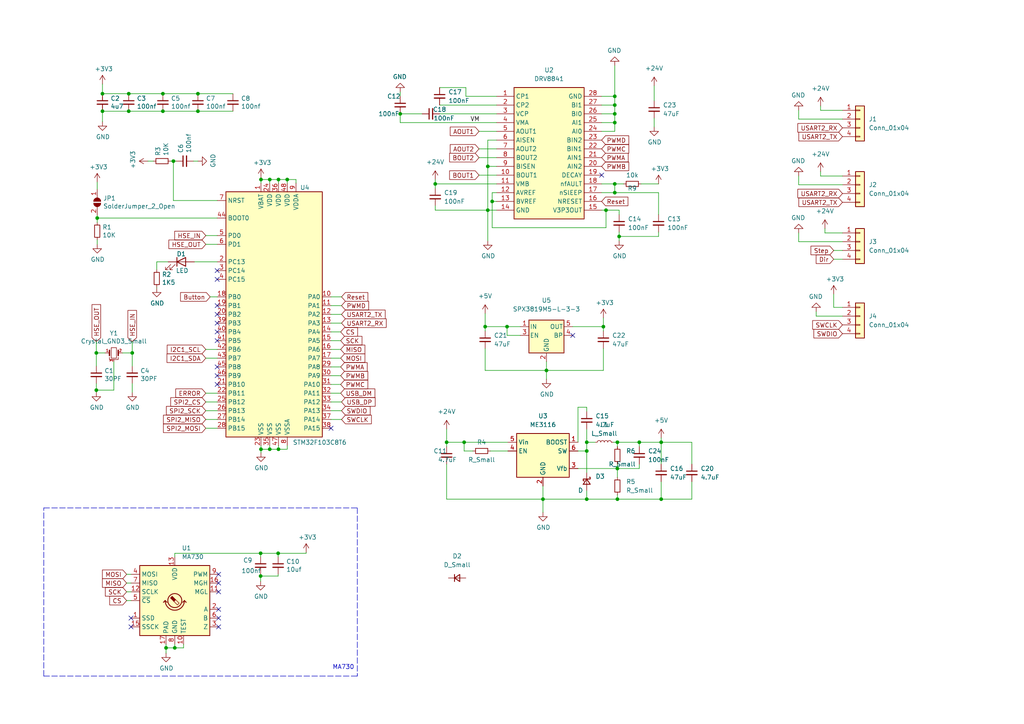
<source format=kicad_sch>
(kicad_sch (version 20211123) (generator eeschema)
  (paper "A4")
  (lib_symbols
    (symbol "Connector_Generic:Conn_01x04" (pin_names (offset 1.016) hide)
      (property "Reference" "J" (at 0 5.08 0))
      (property "Value" "Conn_01x04" (at 0 -7.62 0))
      (symbol "Conn_01x04_1_1"
        (pin passive line (at -5.08 2.54 0) (length 3.81) (name "Pin_1") (number "1"))
        (pin passive line (at -5.08 0 0) (length 3.81) (name "Pin_2") (number "2"))
        (pin passive line (at -5.08 -2.54 0) (length 3.81) (name "Pin_3") (number "3"))
        (pin passive line (at -5.08 -5.08 0) (length 3.81) (name "Pin_4") (number "4"))
      )
    )
    (symbol "DRV8841:DRV8841"
      (property "Reference" "U" (at -8.89 13.97 0))
      (property "Value" "DRV8841" (at 0 13.97 0))
      (symbol "DRV8841_1_1"
        (pin passive line (at -15.24 10.16 0) (length 5.08) (name "CP1") (number "1"))
        (pin power_out line (at -15.24 -12.7 0) (length 5.08) (name "BOUT1") (number "10"))
        (pin bidirectional line (at -15.24 -15.24 0) (length 5.08) (name "VMB") (number "11"))
        (pin power_in line (at -15.24 -17.78 0) (length 5.08) (name "AVREF") (number "12"))
        (pin power_in line (at -15.24 -20.32 0) (length 5.08) (name "BVREF") (number "13"))
        (pin power_in line (at -15.24 -22.86 0) (length 5.08) (name "GND") (number "14"))
        (pin power_out line (at 15.24 -22.86 180) (length 5.08) (name "V3P3OUT") (number "15"))
        (pin input line (at 15.24 -20.32 180) (length 5.08) (name "NRESET") (number "16"))
        (pin input line (at 15.24 -17.78 180) (length 5.08) (name "nSlEEP") (number "17"))
        (pin input line (at 15.24 -15.24 180) (length 5.08) (name "nfAULT") (number "18"))
        (pin input line (at 15.24 -12.7 180) (length 5.08) (name "DECAY") (number "19"))
        (pin passive line (at -15.24 7.62 0) (length 5.08) (name "CP2") (number "2"))
        (pin input line (at 15.24 -10.16 180) (length 5.08) (name "AIN2") (number "20"))
        (pin input line (at 15.24 -7.62 180) (length 5.08) (name "AIN1") (number "21"))
        (pin input line (at 15.24 -5.08 180) (length 5.08) (name "BIN1") (number "22"))
        (pin input line (at 15.24 -2.54 180) (length 5.08) (name "BIN2") (number "23"))
        (pin input line (at 15.24 0 180) (length 5.08) (name "AI0") (number "24"))
        (pin input line (at 15.24 2.54 180) (length 5.08) (name "AI1") (number "25"))
        (pin input line (at 15.24 5.08 180) (length 5.08) (name "BI0") (number "26"))
        (pin input line (at 15.24 7.62 180) (length 5.08) (name "BI1") (number "27"))
        (pin power_in line (at 15.24 10.16 180) (length 5.08) (name "GND") (number "28"))
        (pin passive line (at -15.24 5.08 0) (length 5.08) (name "VCP") (number "3"))
        (pin passive line (at -15.24 2.54 0) (length 5.08) (name "VMA") (number "4"))
        (pin power_out line (at -15.24 0 0) (length 5.08) (name "AOUT1") (number "5"))
        (pin bidirectional line (at -15.24 -2.54 0) (length 5.08) (name "AISEN") (number "6"))
        (pin power_out line (at -15.24 -5.08 0) (length 5.08) (name "AOUT2") (number "7"))
        (pin power_out line (at -15.24 -7.62 0) (length 5.08) (name "BOUT2") (number "8"))
        (pin input line (at -15.24 -10.16 0) (length 5.08) (name "BISEN") (number "9"))
      )
    )
    (symbol "Device:C_Small" (pin_numbers hide) (pin_names (offset 0.254) hide)
      (property "Reference" "C" (at 0.254 1.778 0))
      (property "Value" "C_Small" (at 0.254 -2.032 0))
      (symbol "C_Small_1_1"
        (pin passive line (at 0 2.54 270) (length 2.032) (name "~") (number "1"))
        (pin passive line (at 0 -2.54 90) (length 2.032) (name "~") (number "2"))
      )
    )
    (symbol "Device:Crystal_GND3_Small" (pin_names (offset 1.016) hide)
      (property "Reference" "Y" (at 0 5.08 0))
      (property "Value" "Crystal_GND3_Small" (at 0 3.175 0))
      (symbol "Crystal_GND3_Small_1_1"
        (pin passive line (at -2.54 0 0) (length 1.27) (name "1") (number "1"))
        (pin passive line (at 2.54 0 180) (length 1.27) (name "2") (number "2"))
        (pin passive line (at 0 -2.54 90) (length 0.635) (name "3") (number "3"))
      )
    )
    (symbol "Device:D_Schottky_Small" (pin_numbers hide) (pin_names (offset 0.254) hide)
      (property "Reference" "D" (at -1.27 2.032 0))
      (property "Value" "D_Schottky_Small" (at -7.112 -2.032 0))
      (symbol "D_Schottky_Small_1_1"
        (pin passive line (at -2.54 0 0) (length 1.778) (name "K") (number "1"))
        (pin passive line (at 2.54 0 180) (length 1.778) (name "A") (number "2"))
      )
    )
    (symbol "Device:D_Small" (pin_numbers hide) (pin_names (offset 0.254) hide)
      (property "Reference" "D" (at -1.27 2.032 0))
      (property "Value" "D_Small" (at -3.81 -2.032 0))
      (symbol "D_Small_1_1"
        (pin passive line (at -2.54 0 0) (length 1.778) (name "K") (number "1"))
        (pin passive line (at 2.54 0 180) (length 1.778) (name "A") (number "2"))
      )
    )
    (symbol "Device:LED" (pin_numbers hide) (pin_names (offset 1.016) hide)
      (property "Reference" "D" (at 0 2.54 0))
      (property "Value" "LED" (at 0 -2.54 0))
      (symbol "LED_1_1"
        (pin passive line (at -3.81 0 0) (length 2.54) (name "K") (number "1"))
        (pin passive line (at 3.81 0 180) (length 2.54) (name "A") (number "2"))
      )
    )
    (symbol "Device:L_Small" (pin_numbers hide) (pin_names (offset 0.254) hide)
      (property "Reference" "L" (at 0.762 1.016 0))
      (property "Value" "L_Small" (at 0.762 -1.016 0))
      (symbol "L_Small_1_1"
        (pin passive line (at 0 2.54 270) (length 0.508) (name "~") (number "1"))
        (pin passive line (at 0 -2.54 90) (length 0.508) (name "~") (number "2"))
      )
    )
    (symbol "Device:R_Small" (pin_numbers hide) (pin_names (offset 0.254) hide)
      (property "Reference" "R" (at 0.762 0.508 0))
      (property "Value" "R_Small" (at 0.762 -1.016 0))
      (symbol "R_Small_1_1"
        (pin passive line (at 0 2.54 270) (length 0.762) (name "~") (number "1"))
        (pin passive line (at 0 -2.54 90) (length 0.762) (name "~") (number "2"))
      )
    )
    (symbol "Jumper:SolderJumper_2_Open" (pin_names (offset 0) hide)
      (property "Reference" "JP" (at 0 2.032 0))
      (property "Value" "SolderJumper_2_Open" (at 0 -2.54 0))
      (symbol "SolderJumper_2_Open_1_1"
        (pin passive line (at -3.81 0 0) (length 2.54) (name "A") (number "1"))
        (pin passive line (at 3.81 0 180) (length 2.54) (name "B") (number "2"))
      )
    )
    (symbol "MCU_ST_STM32F1:STM32F103C8Tx"
      (property "Reference" "U" (at -15.24 36.83 0))
      (property "Value" "STM32F103C8Tx" (at 7.62 36.83 0))
      (symbol "STM32F103C8Tx_1_1"
        (pin power_in line (at -5.08 38.1 270) (length 2.54) (name "VBAT") (number "1"))
        (pin bidirectional line (at 15.24 5.08 180) (length 2.54) (name "PA0") (number "10"))
        (pin bidirectional line (at 15.24 2.54 180) (length 2.54) (name "PA1") (number "11"))
        (pin bidirectional line (at 15.24 0 180) (length 2.54) (name "PA2") (number "12"))
        (pin bidirectional line (at 15.24 -2.54 180) (length 2.54) (name "PA3") (number "13"))
        (pin bidirectional line (at 15.24 -5.08 180) (length 2.54) (name "PA4") (number "14"))
        (pin bidirectional line (at 15.24 -7.62 180) (length 2.54) (name "PA5") (number "15"))
        (pin bidirectional line (at 15.24 -10.16 180) (length 2.54) (name "PA6") (number "16"))
        (pin bidirectional line (at 15.24 -12.7 180) (length 2.54) (name "PA7") (number "17"))
        (pin bidirectional line (at -17.78 5.08 0) (length 2.54) (name "PB0") (number "18"))
        (pin bidirectional line (at -17.78 2.54 0) (length 2.54) (name "PB1") (number "19"))
        (pin bidirectional line (at -17.78 15.24 0) (length 2.54) (name "PC13") (number "2"))
        (pin bidirectional line (at -17.78 0 0) (length 2.54) (name "PB2") (number "20"))
        (pin bidirectional line (at -17.78 -20.32 0) (length 2.54) (name "PB10") (number "21"))
        (pin bidirectional line (at -17.78 -22.86 0) (length 2.54) (name "PB11") (number "22"))
        (pin power_in line (at -5.08 -38.1 90) (length 2.54) (name "VSS") (number "23"))
        (pin power_in line (at -2.54 38.1 270) (length 2.54) (name "VDD") (number "24"))
        (pin bidirectional line (at -17.78 -25.4 0) (length 2.54) (name "PB12") (number "25"))
        (pin bidirectional line (at -17.78 -27.94 0) (length 2.54) (name "PB13") (number "26"))
        (pin bidirectional line (at -17.78 -30.48 0) (length 2.54) (name "PB14") (number "27"))
        (pin bidirectional line (at -17.78 -33.02 0) (length 2.54) (name "PB15") (number "28"))
        (pin bidirectional line (at 15.24 -15.24 180) (length 2.54) (name "PA8") (number "29"))
        (pin bidirectional line (at -17.78 12.7 0) (length 2.54) (name "PC14") (number "3"))
        (pin bidirectional line (at 15.24 -17.78 180) (length 2.54) (name "PA9") (number "30"))
        (pin bidirectional line (at 15.24 -20.32 180) (length 2.54) (name "PA10") (number "31"))
        (pin bidirectional line (at 15.24 -22.86 180) (length 2.54) (name "PA11") (number "32"))
        (pin bidirectional line (at 15.24 -25.4 180) (length 2.54) (name "PA12") (number "33"))
        (pin bidirectional line (at 15.24 -27.94 180) (length 2.54) (name "PA13") (number "34"))
        (pin power_in line (at -2.54 -38.1 90) (length 2.54) (name "VSS") (number "35"))
        (pin power_in line (at 0 38.1 270) (length 2.54) (name "VDD") (number "36"))
        (pin bidirectional line (at 15.24 -30.48 180) (length 2.54) (name "PA14") (number "37"))
        (pin bidirectional line (at 15.24 -33.02 180) (length 2.54) (name "PA15") (number "38"))
        (pin bidirectional line (at -17.78 -2.54 0) (length 2.54) (name "PB3") (number "39"))
        (pin bidirectional line (at -17.78 10.16 0) (length 2.54) (name "PC15") (number "4"))
        (pin bidirectional line (at -17.78 -5.08 0) (length 2.54) (name "PB4") (number "40"))
        (pin bidirectional line (at -17.78 -7.62 0) (length 2.54) (name "PB5") (number "41"))
        (pin bidirectional line (at -17.78 -10.16 0) (length 2.54) (name "PB6") (number "42"))
        (pin bidirectional line (at -17.78 -12.7 0) (length 2.54) (name "PB7") (number "43"))
        (pin input line (at -17.78 27.94 0) (length 2.54) (name "BOOT0") (number "44"))
        (pin bidirectional line (at -17.78 -15.24 0) (length 2.54) (name "PB8") (number "45"))
        (pin bidirectional line (at -17.78 -17.78 0) (length 2.54) (name "PB9") (number "46"))
        (pin power_in line (at 0 -38.1 90) (length 2.54) (name "VSS") (number "47"))
        (pin power_in line (at 2.54 38.1 270) (length 2.54) (name "VDD") (number "48"))
        (pin input line (at -17.78 22.86 0) (length 2.54) (name "PD0") (number "5"))
        (pin input line (at -17.78 20.32 0) (length 2.54) (name "PD1") (number "6"))
        (pin input line (at -17.78 33.02 0) (length 2.54) (name "NRST") (number "7"))
        (pin power_in line (at 2.54 -38.1 90) (length 2.54) (name "VSSA") (number "8"))
        (pin power_in line (at 5.08 38.1 270) (length 2.54) (name "VDDA") (number "9"))
      )
    )
    (symbol "Regulator_Linear:SPX3819M5-L-3-3" (pin_names (offset 0.254))
      (property "Reference" "U" (at -3.81 5.715 0))
      (property "Value" "SPX3819M5-L-3-3" (at 0 5.715 0))
      (symbol "SPX3819M5-L-3-3_1_1"
        (pin power_in line (at -7.62 2.54 0) (length 2.54) (name "IN") (number "1"))
        (pin power_in line (at 0 -7.62 90) (length 2.54) (name "GND") (number "2"))
        (pin input line (at -7.62 0 0) (length 2.54) (name "EN") (number "3"))
        (pin input line (at 7.62 0 180) (length 2.54) (name "BP") (number "4"))
        (pin power_out line (at 7.62 2.54 180) (length 2.54) (name "OUT") (number "5"))
      )
    )
    (symbol "Regulator_Switching:MCP16301"
      (property "Reference" "U" (at -7.62 6.35 0))
      (property "Value" "MCP16301" (at 0 6.35 0))
      (symbol "MCP16301_1_1"
        (pin output line (at 10.16 2.54 180) (length 2.54) (name "BOOST") (number "1"))
        (pin power_in line (at 0 -10.16 90) (length 2.54) (name "GND") (number "2"))
        (pin input line (at 10.16 -5.08 180) (length 2.54) (name "Vfb") (number "3"))
        (pin input line (at -10.16 0 0) (length 2.54) (name "EN") (number "4"))
        (pin power_in line (at -10.16 2.54 0) (length 2.54) (name "Vin") (number "5"))
        (pin output line (at 10.16 0 180) (length 2.54) (name "SW") (number "6"))
      )
    )
    (symbol "Sensor_Magnetic:MA730"
      (property "Reference" "U" (at -10.16 11.43 0))
      (property "Value" "MA730" (at 10.16 11.43 0))
      (symbol "MA730_1_1"
        (pin output line (at -12.7 -5.08 0) (length 2.54) (name "SSD") (number "1"))
        (pin passive line (at 2.54 -12.7 90) (length 2.54) (name "TEST") (number "10"))
        (pin output line (at 12.7 2.54 180) (length 2.54) (name "MGL") (number "11"))
        (pin input line (at -12.7 2.54 0) (length 2.54) (name "SCLK") (number "12"))
        (pin power_in line (at 0 12.7 270) (length 2.54) (name "VDD") (number "13"))
        (pin no_connect line (at 5.08 -10.16 90) (length 2.54) hide (name "NC") (number "14"))
        (pin input line (at -12.7 -7.62 0) (length 2.54) (name "SSCK") (number "15"))
        (pin output line (at 12.7 5.08 180) (length 2.54) (name "MGH") (number "16"))
        (pin input line (at -2.54 -12.7 90) (length 2.54) (name "PAD") (number "17"))
        (pin output line (at 12.7 -2.54 180) (length 2.54) (name "A") (number "2"))
        (pin output line (at 12.7 -7.62 180) (length 2.54) (name "Z") (number "3"))
        (pin input line (at -12.7 7.62 0) (length 2.54) (name "MOSI") (number "4"))
        (pin input line (at -12.7 0 0) (length 2.54) (name "~{CS}") (number "5"))
        (pin output line (at 12.7 -5.08 180) (length 2.54) (name "B") (number "6"))
        (pin output line (at -12.7 5.08 0) (length 2.54) (name "MISO") (number "7"))
        (pin power_in line (at 0 -12.7 90) (length 2.54) (name "GND") (number "8"))
        (pin output line (at 12.7 7.62 180) (length 2.54) (name "PWM") (number "9"))
      )
    )
    (symbol "power:+24V" (power) (pin_names (offset 0))
      (property "Value" "+24V" (at 0 3.556 0))
      (symbol "+24V_1_1"
        (pin power_in line (at 0 0 90) (length 0) hide (name "+24V") (number "1"))
      )
    )
    (symbol "power:+3.3V" (power) (pin_names (offset 0))
      (property "Value" "+3.3V" (at 0 3.556 0))
      (symbol "+3.3V_1_1"
        (pin power_in line (at 0 0 90) (length 0) hide (name "+3V3") (number "1"))
      )
    )
    (symbol "power:+5V" (power) (pin_names (offset 0))
      (property "Value" "+5V" (at 0 3.556 0))
      (symbol "+5V_1_1"
        (pin power_in line (at 0 0 90) (length 0) hide (name "+5V") (number "1"))
      )
    )
    (symbol "power:GND" (power) (pin_names (offset 0))
      (property "Value" "GND" (at 0 -3.81 0))
      (symbol "GND_1_1"
        (pin power_in line (at 0 0 270) (length 0) hide (name "GND") (number "1"))
      )
    )
  )
  (junction (at 37.338 32.258))
  (junction (at 29.718 32.258))
  (junction (at 175.768 60.96))
  (junction (at 78.232 52.07))
  (junction (at 47.244 27.178))
  (junction (at 142.748 58.42))
  (junction (at 116.078 33.02))
  (junction (at 175.006 94.742))
  (junction (at 147.066 94.742))
  (junction (at 179.07 135.89))
  (junction (at 191.77 128.27))
  (junction (at 140.716 94.742))
  (junction (at 80.772 52.07))
  (junction (at 158.496 107.442))
  (junction (at 50.6984 187.9092))
  (junction (at 75.692 52.07))
  (junction (at 83.312 52.07))
  (junction (at 57.404 32.258))
  (junction (at 178.308 53.34))
  (junction (at 170.18 144.78))
  (junction (at 134.62 128.27))
  (junction (at 28.194 63.246))
  (junction (at 178.308 30.48))
  (junction (at 48.1584 187.9092))
  (junction (at 80.6704 160.4772))
  (junction (at 37.338 27.178))
  (junction (at 178.308 33.02))
  (junction (at 27.94 113.157))
  (junction (at 126.238 53.34))
  (junction (at 129.54 128.27))
  (junction (at 179.07 144.78))
  (junction (at 29.718 27.178))
  (junction (at 179.578 68.58))
  (junction (at 75.5904 160.4772))
  (junction (at 179.07 128.27))
  (junction (at 47.244 32.258))
  (junction (at 27.94 102.362))
  (junction (at 75.692 130.302))
  (junction (at 170.18 128.27))
  (junction (at 75.5904 167.0812))
  (junction (at 78.232 130.302))
  (junction (at 141.478 60.96))
  (junction (at 178.308 55.88))
  (junction (at 157.48 144.78))
  (junction (at 38.354 102.362))
  (junction (at 191.77 144.78))
  (junction (at 50.292 46.736))
  (junction (at 141.478 48.26))
  (junction (at 57.404 27.178))
  (junction (at 80.772 130.302))
  (junction (at 178.308 27.94))
  (junction (at 170.18 130.81))
  (junction (at 185.42 128.27))
  (junction (at 178.308 35.56))
  (no_connect (at 166.116 97.282))
  (no_connect (at 62.992 78.486))
  (no_connect (at 63.3984 171.6532))
  (no_connect (at 62.992 106.426))
  (no_connect (at 63.3984 179.2732))
  (no_connect (at 63.3984 181.8132))
  (no_connect (at 62.992 111.506))
  (no_connect (at 62.992 93.726))
  (no_connect (at 63.3984 166.5732))
  (no_connect (at 63.3984 176.7332))
  (no_connect (at 62.992 96.266))
  (no_connect (at 62.992 91.186))
  (no_connect (at 62.992 88.646))
  (no_connect (at 62.992 98.806))
  (no_connect (at 37.9984 179.2732))
  (no_connect (at 96.012 124.206))
  (no_connect (at 62.992 108.966))
  (no_connect (at 63.3984 169.1132))
  (no_connect (at 37.9984 181.8132))
  (no_connect (at 62.992 81.026))
  (no_connect (at 174.498 50.8))
  (wire (pts (xy 62.992 121.666) (xy 59.69 121.666)))
  (wire (pts (xy 50.292 58.166) (xy 50.292 46.736)))
  (wire (pts (xy 129.54 144.78) (xy 157.48 144.78)))
  (wire (pts (xy 174.498 33.02) (xy 178.308 33.02)))
  (wire (pts (xy 37.9984 171.6532) (xy 36.7284 171.6532)))
  (wire (pts (xy 51.054 46.736) (xy 50.292 46.736)))
  (wire (pts (xy 167.64 128.27) (xy 167.64 118.11)))
  (wire (pts (xy 200.66 134.62) (xy 200.66 128.27)))
  (wire (pts (xy 126.238 52.07) (xy 126.238 53.34)))
  (wire (pts (xy 179.07 143.51) (xy 179.07 144.78)))
  (wire (pts (xy 141.478 60.96) (xy 141.478 69.85)))
  (wire (pts (xy 166.116 94.742) (xy 175.006 94.742)))
  (wire (pts (xy 96.012 119.126) (xy 99.06 119.126)))
  (wire (pts (xy 144.018 55.88) (xy 142.748 55.88)))
  (wire (pts (xy 144.018 27.94) (xy 135.128 27.94)))
  (wire (pts (xy 189.738 24.892) (xy 189.738 29.21)))
  (wire (pts (xy 27.94 102.362) (xy 30.48 102.362)))
  (wire (pts (xy 75.5904 160.4772) (xy 75.5904 161.4932)))
  (polyline (pts (xy 12.7 147.32) (xy 103.632 147.32)))
  (wire (pts (xy 59.69 124.206) (xy 62.992 124.206)))
  (wire (pts (xy 191.008 55.88) (xy 191.008 62.23)))
  (wire (pts (xy 141.478 48.26) (xy 141.478 60.96)))
  (wire (pts (xy 142.748 58.42) (xy 144.018 58.42)))
  (wire (pts (xy 47.244 32.258) (xy 37.338 32.258)))
  (wire (pts (xy 191.77 127) (xy 191.77 128.27)))
  (wire (pts (xy 96.012 111.506) (xy 98.806 111.506)))
  (polyline (pts (xy 103.632 196.088) (xy 103.632 195.326)))
  (wire (pts (xy 67.564 27.178) (xy 57.404 27.178)))
  (wire (pts (xy 191.77 144.78) (xy 179.07 144.78)))
  (wire (pts (xy 96.012 114.046) (xy 98.806 114.046)))
  (wire (pts (xy 83.312 53.086) (xy 83.312 52.07)))
  (polyline (pts (xy 103.632 147.32) (xy 103.632 196.088)))
  (wire (pts (xy 141.478 40.64) (xy 144.018 40.64)))
  (wire (pts (xy 241.808 85.344) (xy 241.808 89.154)))
  (wire (pts (xy 241.808 72.644) (xy 244.348 72.644)))
  (wire (pts (xy 85.852 53.086) (xy 85.852 52.07)))
  (wire (pts (xy 241.808 75.184) (xy 244.348 75.184)))
  (wire (pts (xy 179.07 134.62) (xy 179.07 135.89)))
  (wire (pts (xy 231.648 53.594) (xy 231.648 51.054)))
  (wire (pts (xy 33.02 104.902) (xy 33.02 113.157)))
  (wire (pts (xy 47.244 27.178) (xy 57.404 27.178)))
  (wire (pts (xy 175.006 94.742) (xy 175.006 96.012)))
  (wire (pts (xy 178.308 33.02) (xy 178.308 30.48)))
  (wire (pts (xy 27.94 102.362) (xy 27.94 106.172)))
  (wire (pts (xy 126.238 53.34) (xy 144.018 53.34)))
  (wire (pts (xy 127.508 30.48) (xy 144.018 30.48)))
  (wire (pts (xy 158.496 104.902) (xy 158.496 107.442)))
  (wire (pts (xy 127.508 33.02) (xy 144.018 33.02)))
  (wire (pts (xy 38.354 102.362) (xy 38.354 99.06)))
  (wire (pts (xy 237.998 51.054) (xy 237.998 49.784)))
  (wire (pts (xy 134.62 130.81) (xy 134.62 128.27)))
  (wire (pts (xy 175.006 92.202) (xy 175.006 94.742)))
  (wire (pts (xy 98.806 108.966) (xy 96.012 108.966)))
  (wire (pts (xy 185.42 134.62) (xy 185.42 135.89)))
  (wire (pts (xy 150.876 97.282) (xy 147.066 97.282)))
  (wire (pts (xy 200.66 144.78) (xy 191.77 144.78)))
  (wire (pts (xy 244.348 70.104) (xy 231.648 70.104)))
  (wire (pts (xy 37.338 27.178) (xy 29.718 27.178)))
  (wire (pts (xy 170.18 142.24) (xy 170.18 144.78)))
  (wire (pts (xy 116.078 33.02) (xy 116.078 35.56)))
  (wire (pts (xy 141.478 48.26) (xy 141.478 40.64)))
  (wire (pts (xy 185.928 53.34) (xy 191.008 53.34)))
  (wire (pts (xy 178.308 38.1) (xy 178.308 35.56)))
  (wire (pts (xy 140.716 107.442) (xy 140.716 101.092)))
  (wire (pts (xy 174.498 30.48) (xy 178.308 30.48)))
  (wire (pts (xy 56.388 75.946) (xy 62.992 75.946)))
  (wire (pts (xy 80.6704 167.0812) (xy 75.5904 167.0812)))
  (wire (pts (xy 147.066 97.282) (xy 147.066 94.742)))
  (wire (pts (xy 178.308 30.48) (xy 178.308 27.94)))
  (wire (pts (xy 178.308 55.88) (xy 191.008 55.88)))
  (wire (pts (xy 98.806 103.886) (xy 96.012 103.886)))
  (wire (pts (xy 29.718 32.258) (xy 29.718 35.306)))
  (wire (pts (xy 59.69 103.886) (xy 62.992 103.886)))
  (wire (pts (xy 57.404 32.258) (xy 67.564 32.258)))
  (wire (pts (xy 83.312 129.286) (xy 83.312 130.302)))
  (wire (pts (xy 135.128 25.4) (xy 127.508 25.4)))
  (wire (pts (xy 174.498 55.88) (xy 178.308 55.88)))
  (wire (pts (xy 129.54 128.27) (xy 129.54 129.54)))
  (wire (pts (xy 191.77 128.27) (xy 185.42 128.27)))
  (wire (pts (xy 50.292 46.736) (xy 49.53 46.736)))
  (wire (pts (xy 244.348 53.594) (xy 231.648 53.594)))
  (wire (pts (xy 59.69 101.346) (xy 62.992 101.346)))
  (wire (pts (xy 28.194 63.246) (xy 62.992 63.246)))
  (wire (pts (xy 27.94 113.792) (xy 27.94 113.157)))
  (wire (pts (xy 96.012 86.106) (xy 99.06 86.106)))
  (wire (pts (xy 142.748 66.04) (xy 175.768 66.04)))
  (wire (pts (xy 75.5904 160.4772) (xy 80.6704 160.4772)))
  (wire (pts (xy 78.232 130.302) (xy 80.772 130.302)))
  (wire (pts (xy 37.9984 174.1932) (xy 36.7284 174.1932)))
  (wire (pts (xy 57.404 32.258) (xy 47.244 32.258)))
  (wire (pts (xy 191.77 139.7) (xy 191.77 144.78)))
  (wire (pts (xy 126.238 53.34) (xy 126.238 54.61)))
  (wire (pts (xy 179.578 60.96) (xy 179.578 62.23)))
  (wire (pts (xy 158.496 107.442) (xy 140.716 107.442)))
  (wire (pts (xy 33.02 113.157) (xy 27.94 113.157)))
  (wire (pts (xy 175.006 101.092) (xy 175.006 107.442)))
  (wire (pts (xy 28.194 69.596) (xy 28.194 70.866)))
  (wire (pts (xy 179.578 68.58) (xy 191.008 68.58)))
  (wire (pts (xy 75.5904 167.0812) (xy 75.5904 168.6052)))
  (wire (pts (xy 178.308 35.56) (xy 178.308 33.02)))
  (wire (pts (xy 170.18 118.11) (xy 170.18 119.38)))
  (wire (pts (xy 126.238 60.96) (xy 126.238 59.69)))
  (wire (pts (xy 80.6704 160.4772) (xy 80.6704 161.4932)))
  (wire (pts (xy 141.478 60.96) (xy 144.018 60.96)))
  (wire (pts (xy 28.194 63.246) (xy 28.194 64.516)))
  (wire (pts (xy 37.338 27.178) (xy 47.244 27.178)))
  (polyline (pts (xy 12.7 196.088) (xy 103.632 196.088)))
  (wire (pts (xy 191.77 134.62) (xy 191.77 128.27)))
  (wire (pts (xy 28.194 52.832) (xy 28.194 54.864)))
  (wire (pts (xy 179.07 128.27) (xy 177.8 128.27)))
  (wire (pts (xy 45.466 75.946) (xy 48.768 75.946)))
  (wire (pts (xy 96.012 101.346) (xy 98.806 101.346)))
  (wire (pts (xy 35.56 102.362) (xy 38.354 102.362)))
  (wire (pts (xy 42.926 46.736) (xy 44.45 46.736)))
  (wire (pts (xy 147.066 94.742) (xy 150.876 94.742)))
  (wire (pts (xy 59.69 114.046) (xy 62.992 114.046)))
  (wire (pts (xy 158.496 107.442) (xy 175.006 107.442)))
  (wire (pts (xy 158.496 107.442) (xy 158.496 109.982)))
  (wire (pts (xy 75.692 130.302) (xy 78.232 130.302)))
  (wire (pts (xy 140.716 94.742) (xy 147.066 94.742)))
  (wire (pts (xy 135.128 27.94) (xy 135.128 25.4)))
  (wire (pts (xy 98.806 106.426) (xy 96.012 106.426)))
  (wire (pts (xy 45.466 83.566) (xy 45.466 83.312)))
  (wire (pts (xy 96.012 98.806) (xy 98.806 98.806)))
  (wire (pts (xy 48.1584 186.8932) (xy 48.1584 187.9092)))
  (wire (pts (xy 38.354 113.792) (xy 38.354 111.252)))
  (wire (pts (xy 126.238 60.96) (xy 141.478 60.96)))
  (wire (pts (xy 134.62 128.27) (xy 129.54 128.27)))
  (wire (pts (xy 27.94 113.157) (xy 27.94 111.252)))
  (wire (pts (xy 167.64 118.11) (xy 170.18 118.11)))
  (wire (pts (xy 50.6984 160.4772) (xy 75.5904 160.4772)))
  (wire (pts (xy 244.348 91.694) (xy 236.728 91.694)))
  (wire (pts (xy 38.354 102.362) (xy 38.354 106.172)))
  (wire (pts (xy 167.64 130.81) (xy 170.18 130.81)))
  (wire (pts (xy 179.07 128.27) (xy 185.42 128.27)))
  (wire (pts (xy 231.648 70.104) (xy 231.648 67.564)))
  (wire (pts (xy 174.498 38.1) (xy 178.308 38.1)))
  (wire (pts (xy 157.48 140.97) (xy 157.48 144.78)))
  (wire (pts (xy 191.008 67.31) (xy 191.008 68.58)))
  (wire (pts (xy 37.9984 166.5732) (xy 36.7284 166.5732)))
  (wire (pts (xy 157.48 144.78) (xy 170.18 144.78)))
  (wire (pts (xy 239.268 67.564) (xy 244.348 67.564)))
  (wire (pts (xy 137.16 130.81) (xy 134.62 130.81)))
  (wire (pts (xy 244.348 32.004) (xy 237.998 32.004)))
  (wire (pts (xy 78.232 52.07) (xy 75.692 52.07)))
  (wire (pts (xy 116.078 26.67) (xy 116.078 27.94)))
  (wire (pts (xy 75.5904 166.5732) (xy 75.5904 167.0812)))
  (wire (pts (xy 174.498 53.34) (xy 178.308 53.34)))
  (wire (pts (xy 83.312 52.07) (xy 80.772 52.07)))
  (wire (pts (xy 78.232 53.086) (xy 78.232 52.07)))
  (wire (pts (xy 179.07 129.54) (xy 179.07 128.27)))
  (wire (pts (xy 244.348 51.054) (xy 237.998 51.054)))
  (wire (pts (xy 138.938 38.1) (xy 144.018 38.1)))
  (wire (pts (xy 59.69 68.326) (xy 62.992 68.326)))
  (wire (pts (xy 244.348 89.154) (xy 241.808 89.154)))
  (wire (pts (xy 170.18 128.27) (xy 172.72 128.27)))
  (wire (pts (xy 175.768 66.04) (xy 175.768 60.96)))
  (wire (pts (xy 170.18 130.81) (xy 170.18 137.16)))
  (wire (pts (xy 170.18 144.78) (xy 179.07 144.78)))
  (polyline (pts (xy 12.7 196.088) (xy 12.7 147.32)))
  (wire (pts (xy 231.648 34.544) (xy 231.648 32.004)))
  (wire (pts (xy 174.498 35.56) (xy 178.308 35.56)))
  (wire (pts (xy 45.466 75.946) (xy 45.466 78.232)))
  (wire (pts (xy 80.772 53.086) (xy 80.772 52.07)))
  (wire (pts (xy 99.06 91.186) (xy 96.012 91.186)))
  (wire (pts (xy 96.012 121.666) (xy 99.06 121.666)))
  (wire (pts (xy 98.806 96.266) (xy 96.012 96.266)))
  (wire (pts (xy 88.7984 160.4772) (xy 88.7984 160.2232)))
  (wire (pts (xy 142.748 55.88) (xy 142.748 58.42)))
  (wire (pts (xy 60.96 86.106) (xy 62.992 86.106)))
  (wire (pts (xy 179.578 67.31) (xy 179.578 68.58)))
  (wire (pts (xy 75.692 130.302) (xy 75.692 129.286)))
  (wire (pts (xy 50.6984 161.4932) (xy 50.6984 160.4772)))
  (wire (pts (xy 129.54 134.62) (xy 129.54 144.78)))
  (wire (pts (xy 236.728 91.694) (xy 236.728 90.424)))
  (wire (pts (xy 75.692 53.086) (xy 75.692 52.07)))
  (wire (pts (xy 147.32 128.27) (xy 134.62 128.27)))
  (wire (pts (xy 170.18 130.81) (xy 170.18 128.27)))
  (wire (pts (xy 138.938 50.8) (xy 144.018 50.8)))
  (wire (pts (xy 83.312 130.302) (xy 80.772 130.302)))
  (wire (pts (xy 129.54 124.46) (xy 129.54 128.27)))
  (wire (pts (xy 116.078 35.56) (xy 144.018 35.56)))
  (wire (pts (xy 80.6704 166.5732) (xy 80.6704 167.0812)))
  (wire (pts (xy 37.338 32.258) (xy 29.718 32.258)))
  (wire (pts (xy 78.232 129.286) (xy 78.232 130.302)))
  (wire (pts (xy 50.292 58.166) (xy 62.992 58.166)))
  (wire (pts (xy 178.308 27.94) (xy 178.308 19.05)))
  (wire (pts (xy 179.07 135.89) (xy 185.42 135.89)))
  (wire (pts (xy 178.308 53.34) (xy 180.848 53.34)))
  (wire (pts (xy 174.498 27.94) (xy 178.308 27.94)))
  (wire (pts (xy 53.2384 186.8932) (xy 53.2384 187.9092)))
  (wire (pts (xy 144.018 48.26) (xy 141.478 48.26)))
  (wire (pts (xy 179.578 68.58) (xy 179.578 69.85)))
  (wire (pts (xy 116.078 33.02) (xy 122.428 33.02)))
  (wire (pts (xy 57.404 46.736) (xy 56.134 46.736)))
  (wire (pts (xy 85.852 52.07) (xy 83.312 52.07)))
  (wire (pts (xy 50.6984 186.8932) (xy 50.6984 187.9092)))
  (wire (pts (xy 142.24 130.81) (xy 147.32 130.81)))
  (wire (pts (xy 185.42 129.54) (xy 185.42 128.27)))
  (wire (pts (xy 170.18 124.46) (xy 170.18 128.27)))
  (wire (pts (xy 178.308 53.34) (xy 178.308 55.88)))
  (wire (pts (xy 200.66 139.7) (xy 200.66 144.78)))
  (wire (pts (xy 28.194 62.484) (xy 28.194 63.246)))
  (wire (pts (xy 59.69 70.866) (xy 62.992 70.866)))
  (wire (pts (xy 59.69 119.126) (xy 62.992 119.126)))
  (wire (pts (xy 75.692 131.318) (xy 75.692 130.302)))
  (wire (pts (xy 239.268 66.294) (xy 239.268 67.564)))
  (wire (pts (xy 80.772 52.07) (xy 78.232 52.07)))
  (wire (pts (xy 99.06 88.646) (xy 96.012 88.646)))
  (wire (pts (xy 140.716 90.932) (xy 140.716 94.742)))
  (wire (pts (xy 157.48 144.78) (xy 157.48 148.59)))
  (wire (pts (xy 138.938 43.18) (xy 144.018 43.18)))
  (wire (pts (xy 99.06 93.726) (xy 96.012 93.726)))
  (wire (pts (xy 29.718 24.384) (xy 29.718 27.178)))
  (wire (pts (xy 53.2384 187.9092) (xy 50.6984 187.9092)))
  (wire (pts (xy 80.772 129.286) (xy 80.772 130.302)))
  (wire (pts (xy 88.7984 160.4772) (xy 80.6704 160.4772)))
  (wire (pts (xy 175.768 60.96) (xy 179.578 60.96)))
  (wire (pts (xy 179.07 135.89) (xy 179.07 138.43)))
  (wire (pts (xy 27.94 102.362) (xy 27.94 99.06)))
  (wire (pts (xy 37.9984 169.1132) (xy 36.7284 169.1132)))
  (wire (pts (xy 189.738 34.29) (xy 189.738 36.83)))
  (wire (pts (xy 50.6984 187.9092) (xy 48.1584 187.9092)))
  (wire (pts (xy 167.64 135.89) (xy 179.07 135.89)))
  (wire (pts (xy 244.348 34.544) (xy 231.648 34.544)))
  (wire (pts (xy 200.66 128.27) (xy 191.77 128.27)))
  (wire (pts (xy 138.938 45.72) (xy 144.018 45.72)))
  (wire (pts (xy 142.748 58.42) (xy 142.748 66.04)))
  (wire (pts (xy 75.692 52.07) (xy 75.692 51.562)))
  (wire (pts (xy 59.69 116.586) (xy 62.992 116.586)))
  (wire (pts (xy 140.716 94.742) (xy 140.716 96.012)))
  (wire (pts (xy 174.498 60.96) (xy 175.768 60.96)))
  (wire (pts (xy 48.1584 187.9092) (xy 48.1584 189.4332)))
  (wire (pts (xy 99.06 116.586) (xy 96.012 116.586)))
  (wire (pts (xy 237.998 32.004) (xy 237.998 30.734)))
  (text "MA730" (at 96.4184 194.3608 0) (effects (font (size 1.27 1.27)) (justify left bottom)))
  (label "VM" (at 136.398 35.56 0))
  (global_label "HSE_OUT" (shape input) (at 59.69 70.866 180) (property "Intersheet References" "${INTERSHEET_REFS}" (effects hide)))
  (global_label "Reset" (shape input) (at 174.498 58.42 0) (property "Intersheet References" "${INTERSHEET_REFS}" (effects hide)))
  (global_label "SCK" (shape input) (at 98.806 98.806 0) (property "Intersheet References" "${INTERSHEET_REFS}" (effects hide)))
  (global_label "SWDIO" (shape input) (at 244.348 96.774 180) (property "Intersheet References" "${INTERSHEET_REFS}" (effects hide)))
  (global_label "SWCLK" (shape input) (at 99.06 121.666 0) (property "Intersheet References" "${INTERSHEET_REFS}" (effects hide)))
  (global_label "PWMD" (shape input) (at 99.06 88.646 0) (property "Intersheet References" "${INTERSHEET_REFS}" (effects hide)))
  (global_label "SPI2_MISO" (shape input) (at 59.69 121.666 180) (property "Intersheet References" "${INTERSHEET_REFS}" (effects hide)))
  (global_label "Step" (shape input) (at 241.808 72.644 180) (property "Intersheet References" "${INTERSHEET_REFS}" (effects hide)))
  (global_label "BOUT1" (shape input) (at 138.938 50.8 180) (property "Intersheet References" "${INTERSHEET_REFS}" (effects hide)))
  (global_label "SCK" (shape input) (at 36.7284 171.6532 180) (property "Intersheet References" "${INTERSHEET_REFS}" (effects hide)))
  (global_label "USART2_RX" (shape input) (at 244.348 37.084 180) (property "Intersheet References" "${INTERSHEET_REFS}" (effects hide)))
  (global_label "SPI2_MOSI" (shape input) (at 59.69 124.206 180) (property "Intersheet References" "${INTERSHEET_REFS}" (effects hide)))
  (global_label "BOUT2" (shape input) (at 138.938 45.72 180) (property "Intersheet References" "${INTERSHEET_REFS}" (effects hide)))
  (global_label "AOUT2" (shape input) (at 138.938 43.18 180) (property "Intersheet References" "${INTERSHEET_REFS}" (effects hide)))
  (global_label "Dir" (shape input) (at 241.808 75.184 180) (property "Intersheet References" "${INTERSHEET_REFS}" (effects hide)))
  (global_label "SPI2_SCK" (shape input) (at 59.69 119.126 180) (property "Intersheet References" "${INTERSHEET_REFS}" (effects hide)))
  (global_label "CS" (shape input) (at 36.7284 174.1932 180) (property "Intersheet References" "${INTERSHEET_REFS}" (effects hide)))
  (global_label "CS" (shape input) (at 98.806 96.266 0) (property "Intersheet References" "${INTERSHEET_REFS}" (effects hide)))
  (global_label "PWMB" (shape input) (at 98.806 108.966 0) (property "Intersheet References" "${INTERSHEET_REFS}" (effects hide)))
  (global_label "I2C1_SCL" (shape input) (at 59.69 101.346 180) (property "Intersheet References" "${INTERSHEET_REFS}" (effects hide)))
  (global_label "MOSI" (shape input) (at 98.806 103.886 0) (property "Intersheet References" "${INTERSHEET_REFS}" (effects hide)))
  (global_label "MISO" (shape input) (at 98.806 101.346 0) (property "Intersheet References" "${INTERSHEET_REFS}" (effects hide)))
  (global_label "USART2_TX" (shape input) (at 99.06 91.186 0) (property "Intersheet References" "${INTERSHEET_REFS}" (effects hide)))
  (global_label "USART2_TX" (shape input) (at 244.348 58.674 180) (property "Intersheet References" "${INTERSHEET_REFS}" (effects hide)))
  (global_label "USB_DM" (shape input) (at 98.806 114.046 0) (property "Intersheet References" "${INTERSHEET_REFS}" (effects hide)))
  (global_label "USB_DP" (shape input) (at 99.06 116.586 0) (property "Intersheet References" "${INTERSHEET_REFS}" (effects hide)))
  (global_label "MOSI" (shape input) (at 36.7284 166.5732 180) (property "Intersheet References" "${INTERSHEET_REFS}" (effects hide)))
  (global_label "PWMA" (shape input) (at 174.498 45.72 0) (property "Intersheet References" "${INTERSHEET_REFS}" (effects hide)))
  (global_label "Reset" (shape input) (at 99.06 86.106 0) (property "Intersheet References" "${INTERSHEET_REFS}" (effects hide)))
  (global_label "USART2_RX" (shape input) (at 99.06 93.726 0) (property "Intersheet References" "${INTERSHEET_REFS}" (effects hide)))
  (global_label "HSE_IN" (shape input) (at 38.354 99.06 90) (property "Intersheet References" "${INTERSHEET_REFS}" (effects hide)))
  (global_label "HSE_IN" (shape input) (at 59.69 68.326 180) (property "Intersheet References" "${INTERSHEET_REFS}" (effects hide)))
  (global_label "PWMB" (shape input) (at 174.498 48.26 0) (property "Intersheet References" "${INTERSHEET_REFS}" (effects hide)))
  (global_label "Button" (shape input) (at 60.96 86.106 180) (property "Intersheet References" "${INTERSHEET_REFS}" (effects hide)))
  (global_label "PWMD" (shape input) (at 174.498 40.64 0) (property "Intersheet References" "${INTERSHEET_REFS}" (effects hide)))
  (global_label "AOUT1" (shape input) (at 138.938 38.1 180) (property "Intersheet References" "${INTERSHEET_REFS}" (effects hide)))
  (global_label "USART2_TX" (shape input) (at 244.348 39.624 180) (property "Intersheet References" "${INTERSHEET_REFS}" (effects hide)))
  (global_label "ERROR" (shape input) (at 59.69 114.046 180) (property "Intersheet References" "${INTERSHEET_REFS}" (effects hide)))
  (global_label "HSE_OUT" (shape input) (at 27.94 99.06 90) (property "Intersheet References" "${INTERSHEET_REFS}" (effects hide)))
  (global_label "MISO" (shape input) (at 36.7284 169.1132 180) (property "Intersheet References" "${INTERSHEET_REFS}" (effects hide)))
  (global_label "PWMC" (shape input) (at 98.806 111.506 0) (property "Intersheet References" "${INTERSHEET_REFS}" (effects hide)))
  (global_label "SWDIO" (shape input) (at 99.06 119.126 0) (property "Intersheet References" "${INTERSHEET_REFS}" (effects hide)))
  (global_label "SPI2_CS" (shape input) (at 59.69 116.586 180) (property "Intersheet References" "${INTERSHEET_REFS}" (effects hide)))
  (global_label "SWCLK" (shape input) (at 244.348 94.234 180) (property "Intersheet References" "${INTERSHEET_REFS}" (effects hide)))
  (global_label "USART2_RX" (shape input) (at 244.348 56.134 180) (property "Intersheet References" "${INTERSHEET_REFS}" (effects hide)))
  (global_label "PWMC" (shape input) (at 174.498 43.18 0) (property "Intersheet References" "${INTERSHEET_REFS}" (effects hide)))
  (global_label "I2C1_SDA" (shape input) (at 59.69 103.886 180) (property "Intersheet References" "${INTERSHEET_REFS}" (effects hide)))
  (global_label "PWMA" (shape input) (at 98.806 106.426 0) (property "Intersheet References" "${INTERSHEET_REFS}" (effects hide)))
  (symbol (lib_id "power:+3.3V") (at 29.718 24.384 0) (unit 1)
    (property "Reference" "#PWR0109" (effects hide))
    (property "Value" "+3.3V" (at 30.099 19.9898 0))
  )
  (symbol (lib_id "Device:D_Small") (at 132.588 167.64 0) (unit 1)
    (property "Reference" "D2" (at 132.588 161.29 0))
    (property "Value" "D_Small" (at 132.588 163.83 0))
  )
  (symbol (lib_id "Device:C_Small") (at 179.578 64.77 0) (unit 1)
    (property "Reference" "C14" (at 182.118 63.5062 0) (effects (justify left)))
    (property "Value" "100nF" (at 182.118 66.0462 0) (effects (justify left)))
    (property "Footprint" "Capacitor_SMD:C_0402_1005Metric_Pad0.74x0.62mm_HandSolder" (effects hide))
  )
  (symbol (lib_id "power:GND") (at 38.354 113.792 0) (unit 1)
    (property "Reference" "#PWR0101" (effects hide))
    (property "Value" "GND" (at 38.481 118.1862 0))
  )
  (symbol (lib_id "Connector_Generic:Conn_01x04") (at 249.428 70.104 0) (unit 1)
    (property "Reference" "J3" (at 251.968 70.1039 0) (effects (justify left)))
    (property "Value" "Conn_01x04" (at 251.968 72.6439 0) (effects (justify left)))
    (property "Footprint" "Connector_JST:JST_EH_S4B-EH_1x04_P2.50mm_Horizontal" (effects hide))
  )
  (symbol (lib_id "power:GND") (at 116.078 26.67 180) (unit 1)
    (property "Reference" "#PWR0121" (effects hide))
    (property "Value" "GND" (at 115.951 22.2758 0))
  )
  (symbol (lib_id "Device:C_Small") (at 126.238 57.15 0) (unit 1)
    (property "Reference" "C19" (at 128.778 55.8862 0) (effects (justify left)))
    (property "Value" "100nF" (at 128.778 58.4262 0) (effects (justify left)))
    (property "Footprint" "Capacitor_SMD:C_0402_1005Metric_Pad0.74x0.62mm_HandSolder" (effects hide))
  )
  (symbol (lib_id "Device:R_Small") (at 46.99 46.736 90) (unit 1)
    (property "Reference" "R3" (at 45.8216 45.2374 0) (effects (justify left)))
    (property "Value" "10K" (at 48.133 45.2374 0) (effects (justify left)))
    (property "Footprint" "Resistor_SMD:R_0402_1005Metric" (effects hide))
  )
  (symbol (lib_id "power:GND") (at 158.496 109.982 0) (unit 1)
    (property "Reference" "#PWR0132" (effects hide))
    (property "Value" "GND" (at 158.623 114.3762 0))
  )
  (symbol (lib_id "power:+3.3V") (at 191.008 53.34 0) (unit 1)
    (property "Reference" "#PWR0123" (effects hide))
    (property "Value" "+3.3V" (at 191.389 48.9458 0))
  )
  (symbol (lib_id "power:+3.3V") (at 175.006 92.202 0) (unit 1)
    (property "Reference" "#PWR0133" (effects hide))
    (property "Value" "+3.3V" (at 175.387 87.8078 0))
  )
  (symbol (lib_id "Device:R_Small") (at 183.388 53.34 90) (unit 1)
    (property "Reference" "R9" (at 183.388 54.61 90))
    (property "Value" "10k" (at 183.388 50.8 90))
    (property "Footprint" "Capacitor_SMD:C_0402_1005Metric_Pad0.74x0.62mm_HandSolder" (effects hide))
  )
  (symbol (lib_id "Device:LED") (at 52.578 75.946 0) (unit 1)
    (property "Reference" "D1" (at 52.578 73.66 0))
    (property "Value" "LED" (at 52.832 78.486 0))
    (property "Footprint" "LED_SMD:LED_0402_1005Metric" (effects hide))
  )
  (symbol (lib_id "Device:R_Small") (at 28.194 67.056 0) (unit 1)
    (property "Reference" "R1" (at 29.6926 65.8876 0) (effects (justify left)))
    (property "Value" "10K" (at 29.6926 68.199 0) (effects (justify left)))
    (property "Footprint" "Resistor_SMD:R_0402_1005Metric" (effects hide))
  )
  (symbol (lib_id "Device:Crystal_GND3_Small") (at 33.02 102.362 0) (unit 1)
    (property "Reference" "Y1" (at 33.02 96.647 0))
    (property "Value" "Crystal_GND3_Small" (at 33.02 98.9584 0))
    (property "Footprint" "CSTCE8M00G55:OSC_CSTCE8M00G55-R0" (effects hide))
  )
  (symbol (lib_id "Connector_Generic:Conn_01x04") (at 249.428 53.594 0) (unit 1)
    (property "Reference" "J2" (at 251.968 53.5939 0) (effects (justify left)))
    (property "Value" "Conn_01x04" (at 251.968 56.1339 0) (effects (justify left)))
    (property "Footprint" "Connector_JST:JST_EH_S4B-EH_1x04_P2.50mm_Horizontal" (effects hide))
  )
  (symbol (lib_id "MCU_ST_STM32F1:STM32F103C8Tx") (at 80.772 91.186 0) (unit 1)
    (property "Reference" "U4" (at 88.4174 54.4068 0))
    (property "Value" "STM32F103C8T6" (at 92.7354 128.3208 0))
    (property "Footprint" "Package_QFP:LQFP-48_7x7mm_P0.5mm" (effects hide))
    (property "Datasheet" "http://www.st.com/st-web-ui/static/active/en/resource/technical/document/datasheet/CD00161566.pdf" (effects hide))
  )
  (symbol (lib_id "Device:C_Small") (at 116.078 30.48 0) (unit 1)
    (property "Reference" "C12" (at 112.268 27.94 0) (effects (justify left)))
    (property "Value" "100nF" (at 109.728 33.02 0) (effects (justify left)))
    (property "Footprint" "Capacitor_SMD:C_0402_1005Metric_Pad0.74x0.62mm_HandSolder" (effects hide))
  )
  (symbol (lib_id "Device:C_Small") (at 170.18 121.92 0) (unit 1)
    (property "Reference" "C15" (at 172.72 120.6562 0) (effects (justify left)))
    (property "Value" "4.7uF" (at 172.72 123.1962 0) (effects (justify left)))
    (property "Footprint" "Capacitor_SMD:C_0402_1005Metric_Pad0.74x0.62mm_HandSolder" (effects hide))
  )
  (symbol (lib_id "Device:C_Small") (at 57.404 29.718 0) (unit 1)
    (property "Reference" "C7" (at 59.7408 28.5496 0) (effects (justify left)))
    (property "Value" "100nf" (at 59.7408 30.861 0) (effects (justify left)))
    (property "Footprint" "Capacitor_SMD:C_0402_1005Metric" (effects hide))
  )
  (symbol (lib_id "power:+3.3V") (at 88.7984 160.2232 0) (unit 1)
    (property "Reference" "#PWR0116" (effects hide))
    (property "Value" "+3.3V" (at 89.1794 155.829 0))
  )
  (symbol (lib_id "power:GND") (at 75.692 131.318 0) (unit 1)
    (property "Reference" "#PWR0106" (effects hide))
    (property "Value" "GND" (at 75.819 135.7122 0))
  )
  (symbol (lib_id "power:+3.3V") (at 241.808 85.344 0) (unit 1)
    (property "Reference" "#PWR0113" (effects hide))
    (property "Value" "+3.3V" (at 242.189 80.9498 0))
  )
  (symbol (lib_id "Sensor_Magnetic:MA730") (at 50.6984 174.1932 0) (unit 1)
    (property "Reference" "U1" (at 52.7178 158.9532 0) (effects (justify left)))
    (property "Value" "MA730" (at 52.7178 161.4932 0) (effects (justify left)))
    (property "Footprint" "Package_DFN_QFN:QFN-16-1EP_3x3mm_P0.5mm_EP1.75x1.75mm" (effects hide))
    (property "Datasheet" "https://www.monolithicpower.com/pub/media/document/m/a/ma730_r1.01.pdf" (effects hide))
  )
  (symbol (lib_id "Regulator_Linear:SPX3819M5-L-3-3") (at 158.496 97.282 0) (unit 1)
    (property "Reference" "U5" (at 158.496 87.122 0))
    (property "Value" "SPX3819M5-L-3-3" (at 158.496 89.662 0))
    (property "Footprint" "Package_TO_SOT_SMD:SOT-23-5" (effects hide))
    (property "Datasheet" "https://www.exar.com/content/document.ashx?id=22106&languageid=1033&type=Datasheet&partnumber=SPX3819&filename=SPX3819.pdf&part=SPX3819" (effects hide))
  )
  (symbol (lib_id "Device:R_Small") (at 45.466 80.772 0) (unit 1)
    (property "Reference" "R2" (at 46.9646 79.6036 0) (effects (justify left)))
    (property "Value" "1K5" (at 46.9646 81.915 0) (effects (justify left)))
    (property "Footprint" "Resistor_SMD:R_0402_1005Metric" (effects hide))
  )
  (symbol (lib_id "Device:C_Small") (at 37.338 29.718 0) (unit 1)
    (property "Reference" "C3" (at 39.6748 28.5496 0) (effects (justify left)))
    (property "Value" "100nf" (at 39.6748 30.861 0) (effects (justify left)))
    (property "Footprint" "Capacitor_SMD:C_0402_1005Metric" (effects hide))
  )
  (symbol (lib_id "Jumper:SolderJumper_2_Open") (at 28.194 58.674 270) (unit 1)
    (property "Reference" "JP1" (at 29.9212 57.5056 90) (effects (justify left)))
    (property "Value" "SolderJumper_2_Open" (at 29.9212 59.817 90) (effects (justify left)))
    (property "Footprint" "Jumper:SoldJumper-2-P0.5mm_Open_RoundedPad" (effects hide))
  )
  (symbol (lib_id "power:GND") (at 28.194 70.866 0) (unit 1)
    (property "Reference" "#PWR0105" (effects hide))
    (property "Value" "GND" (at 28.321 75.2602 0))
  )
  (symbol (lib_id "Device:R_Small") (at 179.07 140.97 0) (unit 1)
    (property "Reference" "R5" (at 181.61 139.6999 0) (effects (justify left)))
    (property "Value" "R_Small" (at 181.61 142.2399 0) (effects (justify left)))
    (property "Footprint" "Capacitor_SMD:C_0402_1005Metric_Pad0.74x0.62mm_HandSolder" (effects hide))
  )
  (symbol (lib_id "Device:C_Small") (at 47.244 29.718 0) (unit 1)
    (property "Reference" "C5" (at 49.5808 28.5496 0) (effects (justify left)))
    (property "Value" "100nf" (at 49.5808 30.861 0) (effects (justify left)))
    (property "Footprint" "Capacitor_SMD:C_0402_1005Metric" (effects hide))
  )
  (symbol (lib_id "power:+24V") (at 237.998 49.784 0) (unit 1)
    (property "Reference" "#PWR0112" (effects hide))
    (property "Value" "+24V" (at 237.998 44.704 0))
  )
  (symbol (lib_id "power:+5V") (at 140.716 90.932 0) (unit 1)
    (property "Reference" "#PWR0126" (effects hide))
    (property "Value" "+5V" (at 140.716 85.852 0))
  )
  (symbol (lib_id "power:GND") (at 236.728 90.424 180) (unit 1)
    (property "Reference" "#PWR0114" (effects hide))
    (property "Value" "GND" (at 236.601 86.0298 0))
  )
  (symbol (lib_id "power:+24V") (at 189.738 24.892 0) (unit 1)
    (property "Reference" "#PWR?" (effects hide))
    (property "Value" "+24V" (at 189.738 19.812 0))
  )
  (symbol (lib_id "Device:C_Small") (at 127.508 27.94 0) (unit 1)
    (property "Reference" "C17" (at 130.048 26.6762 0) (effects (justify left)))
    (property "Value" "100nF" (at 130.048 29.2162 0) (effects (justify left)))
    (property "Footprint" "Capacitor_SMD:C_0402_1005Metric_Pad0.74x0.62mm_HandSolder" (effects hide))
  )
  (symbol (lib_id "Device:D_Schottky_Small") (at 170.18 139.7 270) (unit 1)
    (property "Reference" "D3" (at 172.72 138.1759 90) (effects (justify left)))
    (property "Value" "D" (at 167.64 142.24 90) (effects (justify left)))
  )
  (symbol (lib_id "power:+5V") (at 191.77 127 0) (unit 1)
    (property "Reference" "#PWR0134" (effects hide))
    (property "Value" "+5V" (at 191.77 121.92 0))
  )
  (symbol (lib_id "Device:C_Small") (at 124.968 33.02 90) (unit 1)
    (property "Reference" "C18" (at 127.508 31.75 90))
    (property "Value" "100nF" (at 128.778 34.29 90))
    (property "Footprint" "Capacitor_SMD:C_0402_1005Metric_Pad0.74x0.62mm_HandSolder" (effects hide))
  )
  (symbol (lib_id "power:+3.3V") (at 42.926 46.736 90) (unit 1)
    (property "Reference" "#PWR0110" (effects hide))
    (property "Value" "+3.3V" (at 38.5318 46.355 0))
  )
  (symbol (lib_id "power:+24V") (at 237.998 30.734 0) (unit 1)
    (property "Reference" "#PWR0128" (effects hide))
    (property "Value" "+24V" (at 237.998 25.654 0))
  )
  (symbol (lib_id "power:GND") (at 231.648 67.564 180) (unit 1)
    (property "Reference" "#PWR0131" (effects hide))
    (property "Value" "GND" (at 231.521 63.1698 0))
  )
  (symbol (lib_id "power:+24V") (at 239.268 66.294 0) (unit 1)
    (property "Reference" "#PWR0127" (effects hide))
    (property "Value" "+24V" (at 239.268 61.214 0))
  )
  (symbol (lib_id "Connector_Generic:Conn_01x04") (at 249.428 91.694 0) (unit 1)
    (property "Reference" "J4" (at 251.968 91.6939 0) (effects (justify left)))
    (property "Value" "Conn_01x04" (at 251.968 94.2339 0) (effects (justify left)))
    (property "Footprint" "Connector_Molex:Molex_PicoBlade_53048-0410_1x04_P1.25mm_Horizontal" (effects hide))
  )
  (symbol (lib_id "Device:C_Small") (at 67.564 29.718 0) (unit 1)
    (property "Reference" "C8" (at 69.9008 28.5496 0) (effects (justify left)))
    (property "Value" "100nf" (at 69.9008 30.861 0) (effects (justify left)))
    (property "Footprint" "Capacitor_SMD:C_0402_1005Metric" (effects hide))
  )
  (symbol (lib_id "power:GND") (at 189.738 36.83 0) (unit 1)
    (property "Reference" "#PWR0124" (effects hide))
    (property "Value" "GND" (at 189.865 41.2242 0))
  )
  (symbol (lib_id "Device:C_Small") (at 80.6704 164.0332 0) (unit 1)
    (property "Reference" "C10" (at 83.0072 162.8648 0) (effects (justify left)))
    (property "Value" "10uf" (at 83.0072 165.1762 0) (effects (justify left)))
    (property "Footprint" "Capacitor_SMD:C_0402_1005Metric" (effects hide))
  )
  (symbol (lib_id "power:GND") (at 157.48 148.59 0) (unit 1)
    (property "Reference" "#PWR0119" (effects hide))
    (property "Value" "GND" (at 157.607 152.9842 0))
  )
  (symbol (lib_id "Device:L_Small") (at 175.26 128.27 90) (unit 1)
    (property "Reference" "L1" (at 175.26 123.19 90))
    (property "Value" "L_Small" (at 175.26 125.73 90))
    (property "Footprint" "Inductor_SMD:L_0420" (effects hide))
  )
  (symbol (lib_id "Device:C_Small") (at 129.54 132.08 0) (unit 1)
    (property "Reference" "C11" (at 125.73 130.81 0) (effects (justify left)))
    (property "Value" "4.7uF" (at 127 133.35 0) (effects (justify left)))
    (property "Footprint" "Capacitor_SMD:C_1206_3216Metric_Pad1.33x1.80mm_HandSolder" (effects hide))
  )
  (symbol (lib_id "Device:C_Small") (at 27.94 108.712 0) (unit 1)
    (property "Reference" "C1" (at 30.2768 107.5436 0) (effects (justify left)))
    (property "Value" "30PF" (at 30.2768 109.855 0) (effects (justify left)))
    (property "Footprint" "Capacitor_SMD:C_0402_1005Metric" (effects hide))
  )
  (symbol (lib_id "Device:R_Small") (at 139.7 130.81 90) (unit 1)
    (property "Reference" "R4" (at 139.7 128.27 90))
    (property "Value" "R_Small" (at 139.7 133.35 90))
    (property "Footprint" "Capacitor_SMD:C_0402_1005Metric_Pad0.74x0.62mm_HandSolder" (effects hide))
  )
  (symbol (lib_id "power:GND") (at 48.1584 189.4332 0) (unit 1)
    (property "Reference" "#PWR0117" (effects hide))
    (property "Value" "GND" (at 48.2854 193.8274 0))
  )
  (symbol (lib_id "power:GND") (at 141.478 69.85 0) (unit 1)
    (property "Reference" "#PWR0122" (effects hide))
    (property "Value" "GND" (at 141.605 74.2442 0))
  )
  (symbol (lib_id "Device:C_Small") (at 140.716 98.552 0) (unit 1)
    (property "Reference" "C21" (at 143.256 97.2882 0) (effects (justify left)))
    (property "Value" "47uF" (at 143.256 99.8282 0) (effects (justify left)))
    (property "Footprint" "Capacitor_SMD:C_1206_3216Metric_Pad1.33x1.80mm_HandSolder" (effects hide))
  )
  (symbol (lib_id "power:GND") (at 57.404 46.736 90) (unit 1)
    (property "Reference" "#PWR0108" (effects hide))
    (property "Value" "GND" (at 61.7982 46.609 0))
  )
  (symbol (lib_id "power:GND") (at 231.648 51.054 180) (unit 1)
    (property "Reference" "#PWR0130" (effects hide))
    (property "Value" "GND" (at 231.521 46.6598 0))
  )
  (symbol (lib_id "power:GND") (at 178.308 19.05 180) (unit 1)
    (property "Reference" "#PWR0120" (effects hide))
    (property "Value" "GND" (at 178.181 14.6558 0))
  )
  (symbol (lib_id "power:GND") (at 45.466 83.566 0) (unit 1)
    (property "Reference" "#PWR0103" (effects hide))
    (property "Value" "GND" (at 45.593 87.9602 0))
  )
  (symbol (lib_id "Device:C_Small") (at 38.354 108.712 0) (unit 1)
    (property "Reference" "C4" (at 40.6908 107.5436 0) (effects (justify left)))
    (property "Value" "30PF" (at 40.6908 109.855 0) (effects (justify left)))
    (property "Footprint" "Capacitor_SMD:C_0402_1005Metric" (effects hide))
  )
  (symbol (lib_id "power:GND") (at 27.94 113.792 0) (unit 1)
    (property "Reference" "#PWR0102" (effects hide))
    (property "Value" "GND" (at 28.067 118.1862 0))
  )
  (symbol (lib_id "Device:C_Small") (at 175.006 98.552 0) (unit 1)
    (property "Reference" "C22" (at 177.546 97.2882 0) (effects (justify left)))
    (property "Value" "47uF" (at 177.546 99.8282 0) (effects (justify left)))
    (property "Footprint" "Capacitor_SMD:C_1206_3216Metric_Pad1.33x1.80mm_HandSolder" (effects hide))
  )
  (symbol (lib_id "power:GND") (at 75.5904 168.6052 0) (unit 1)
    (property "Reference" "#PWR0115" (effects hide))
    (property "Value" "GND" (at 75.7174 172.9994 0))
  )
  (symbol (lib_id "Device:C_Small") (at 75.5904 164.0332 0) (unit 1)
    (property "Reference" "C9" (at 70.5104 162.5092 0) (effects (justify left)))
    (property "Value" "100nf" (at 70.0024 165.5572 0) (effects (justify left)))
    (property "Footprint" "Capacitor_SMD:C_0402_1005Metric" (effects hide))
  )
  (symbol (lib_id "power:GND") (at 231.648 32.004 180) (unit 1)
    (property "Reference" "#PWR0129" (effects hide))
    (property "Value" "GND" (at 231.521 27.6098 0))
  )
  (symbol (lib_id "power:+24V") (at 126.238 52.07 0) (unit 1)
    (property "Reference" "#PWR?" (effects hide))
    (property "Value" "+24V" (at 126.238 46.99 0))
  )
  (symbol (lib_id "power:+3.3V") (at 75.692 51.562 0) (unit 1)
    (property "Reference" "#PWR0107" (effects hide))
    (property "Value" "+3.3V" (at 76.073 47.1678 0))
  )
  (symbol (lib_id "power:+3.3V") (at 28.194 52.832 0) (unit 1)
    (property "Reference" "#PWR0104" (effects hide))
    (property "Value" "+3.3V" (at 28.575 48.4378 0))
  )
  (symbol (lib_id "Device:C_Small") (at 29.718 29.718 0) (unit 1)
    (property "Reference" "C2" (at 32.0548 28.5496 0) (effects (justify left)))
    (property "Value" "4u7" (at 32.0548 30.861 0) (effects (justify left)))
    (property "Footprint" "Capacitor_SMD:C_0402_1005Metric" (effects hide))
  )
  (symbol (lib_id "Device:R_Small") (at 179.07 132.08 0) (unit 1)
    (property "Reference" "R6" (at 181.61 130.8099 0) (effects (justify left)))
    (property "Value" "R_Small" (at 176.53 134.62 0) (effects (justify left)))
    (property "Footprint" "Capacitor_SMD:C_0402_1005Metric_Pad0.74x0.62mm_HandSolder" (effects hide))
  )
  (symbol (lib_id "Device:C_Small") (at 189.738 31.75 0) (unit 1)
    (property "Reference" "C23" (at 192.278 30.4862 0) (effects (justify left)))
    (property "Value" "47uF" (at 192.278 33.0262 0) (effects (justify left)))
    (property "Footprint" "Capacitor_SMD:C_1206_3216Metric_Pad1.33x1.80mm_HandSolder" (effects hide))
  )
  (symbol (lib_id "DRV8841:DRV8841") (at 159.258 38.1 0) (unit 1)
    (property "Reference" "U2" (at 159.258 20.32 0))
    (property "Value" "DRV8841" (at 159.258 22.86 0))
    (property "Footprint" "DRV8841:IC_TPS61196PWPRQ1" (effects hide))
  )
  (symbol (lib_id "Device:C_Small") (at 200.66 137.16 0) (unit 1)
    (property "Reference" "C20" (at 203.2 135.8962 0) (effects (justify left)))
    (property "Value" "4.7uF" (at 203.2 138.4362 0) (effects (justify left)))
    (property "Footprint" "Capacitor_SMD:C_0402_1005Metric_Pad0.74x0.62mm_HandSolder" (effects hide))
  )
  (symbol (lib_id "Device:C_Small") (at 53.594 46.736 90) (unit 1)
    (property "Reference" "C6" (at 52.4256 44.3992 0) (effects (justify left)))
    (property "Value" "100nf" (at 54.737 44.3992 0) (effects (justify left)))
    (property "Footprint" "Capacitor_SMD:C_0402_1005Metric" (effects hide))
  )
  (symbol (lib_id "Device:C_Small") (at 191.77 137.16 0) (unit 1)
    (property "Reference" "C16" (at 194.31 135.8962 0) (effects (justify left)))
    (property "Value" "47uF" (at 194.31 138.4362 0) (effects (justify left)))
    (property "Footprint" "Capacitor_SMD:C_1206_3216Metric_Pad1.33x1.80mm_HandSolder" (effects hide))
  )
  (symbol (lib_id "Device:C_Small") (at 185.42 132.08 0) (unit 1)
    (property "Reference" "C24" (at 187.96 130.8162 0) (effects (justify left)))
    (property "Value" "100nF" (at 187.96 133.3562 0) (effects (justify left)))
    (property "Footprint" "Capacitor_SMD:C_0402_1005Metric_Pad0.74x0.62mm_HandSolder" (effects hide))
  )
  (symbol (lib_id "power:GND") (at 29.718 35.306 0) (unit 1)
    (property "Reference" "#PWR0111" (effects hide))
    (property "Value" "GND" (at 29.845 39.7002 0))
  )
  (symbol (lib_id "power:GND") (at 179.578 69.85 0) (unit 1)
    (property "Reference" "#PWR0125" (effects hide))
    (property "Value" "GND" (at 179.705 74.2442 0))
  )
  (symbol (lib_id "Connector_Generic:Conn_01x04") (at 249.428 34.544 0) (unit 1)
    (property "Reference" "J1" (at 251.968 34.5439 0) (effects (justify left)))
    (property "Value" "Conn_01x04" (at 251.968 37.0839 0) (effects (justify left)))
    (property "Footprint" "Connector_JST:JST_EH_S4B-EH_1x04_P2.50mm_Horizontal" (effects hide))
  )
  (symbol (lib_id "Regulator_Switching:MCP16301") (at 157.48 130.81 0) (unit 1)
    (property "Reference" "U3" (at 157.48 120.65 0))
    (property "Value" "ME3116" (at 157.48 123.19 0))
    (property "Footprint" "Package_TO_SOT_SMD:SOT-23-6" (effects hide))
    (property "Datasheet" "http://ww1.microchip.com/downloads/en/DeviceDoc/20005004D.pdf" (effects hide))
  )
  (symbol (lib_id "power:+24V") (at 129.54 124.46 0) (unit 1)
    (property "Reference" "#PWR0118" (effects hide))
    (property "Value" "+24V" (at 129.54 119.38 0))
  )
  (symbol (lib_id "Device:C_Small") (at 191.008 64.77 0) (unit 1)
    (property "Reference" "C13" (at 193.548 63.5062 0) (effects (justify left)))
    (property "Value" "100nF" (at 193.548 66.0462 0) (effects (justify left)))
    (property "Footprint" "Capacitor_SMD:C_0402_1005Metric_Pad0.74x0.62mm_HandSolder" (effects hide))
  )
)
</source>
